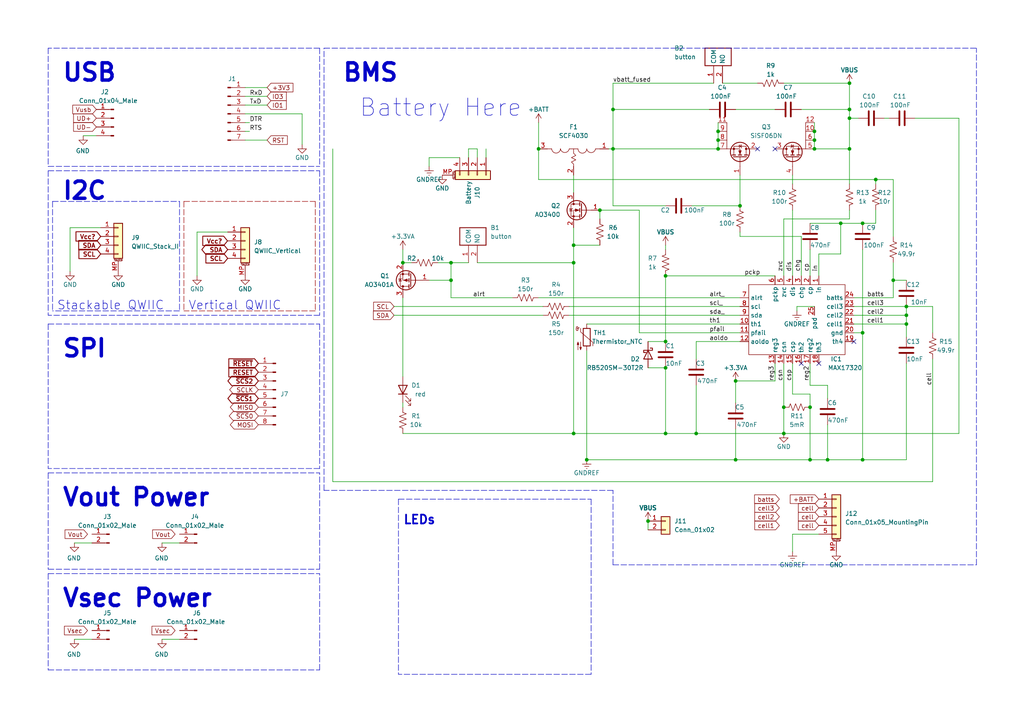
<source format=kicad_sch>
(kicad_sch (version 20211123) (generator eeschema)
  (paper "A4")
  (title_block (title "2s Li-Ion BMS") (rev "0.2.0") (company "The Nerd Mage / Austins Creations"))
  (lib_symbols
    (symbol "Austins creations:MAX17320"
      (property "Reference" "IC1" (at 11.43 -11.43 90))
      (property "Value" "MAX17320" (at 11.43 -13.97 90))
      (symbol "MAX17320_1_1"
        (pin input line (at -12.7 6.35 0) (length 2.54) (name "in") (number "1"))
        (pin input line (at 1.27 -16.51 90) (length 2.54) (name "th1") (number "10"))
        (pin input line (at 3.81 -16.51 90) (length 2.54) (name "pfail") (number "11"))
        (pin input line (at 6.35 -16.51 90) (length 2.54) (name "aoldo") (number "12"))
        (pin input line (at 12.7 -6.35 180) (length 2.54) (name "reg3") (number "13"))
        (pin input line (at 12.7 -3.81 180) (length 2.54) (name "csn") (number "14"))
        (pin input line (at 12.7 -1.27 180) (length 2.54) (name "csp") (number "15"))
        (pin input line (at 12.7 1.27 180) (length 2.54) (name "th2") (number "16"))
        (pin input line (at 12.7 3.81 180) (length 2.54) (name "reg2") (number "17"))
        (pin input line (at 12.7 6.35 180) (length 2.54) (name "th3") (number "18"))
        (pin input line (at 6.35 16.51 270) (length 2.54) (name "th4") (number "19"))
        (pin input line (at -12.7 3.81 0) (length 2.54) (name "cp") (number "2"))
        (pin input line (at 3.81 16.51 270) (length 2.54) (name "gnd") (number "20"))
        (pin input line (at 1.27 16.51 270) (length 2.54) (name "cell1") (number "21"))
        (pin input line (at -1.27 16.51 270) (length 2.54) (name "cell2") (number "22"))
        (pin input line (at -3.81 16.51 270) (length 2.54) (name "cell3") (number "23"))
        (pin input line (at -6.35 16.51 270) (length 2.54) (name "batts") (number "24"))
        (pin input line (at -3.81 5.08 0) (length 2.54) (name "pad") (number "25"))
        (pin input line (at -12.7 1.27 0) (length 2.54) (name "chg") (number "3"))
        (pin input line (at -12.7 -1.27 0) (length 2.54) (name "dis") (number "4"))
        (pin input line (at -12.7 -3.81 0) (length 2.54) (name "zvc") (number "5"))
        (pin input line (at -12.7 -6.35 0) (length 2.54) (name "pckp") (number "6"))
        (pin input line (at -6.35 -16.51 90) (length 2.54) (name "alrt") (number "7"))
        (pin input line (at -3.81 -16.51 90) (length 2.54) (name "scl") (number "8"))
        (pin input line (at -1.27 -16.51 90) (length 2.54) (name "sda") (number "9"))
      )
    )
    (symbol "Austins creations:SCF4030"
      (property "Reference" "F" (at 0 5.08 0))
      (property "Value" "SCF4030" (at 0 2.54 0))
      (symbol "SCF4030_1_1"
        (pin input line (at 10.16 0 180) (length 2.54) (name "") (number "1"))
        (pin input line (at 0 -7.62 90) (length 2.54) (name "") (number "2"))
        (pin input line (at -10.16 0 0) (length 2.54) (name "") (number "3"))
      )
    )
    (symbol "Austins creations:button"
      (property "Reference" "B" (at 0 10.16 0))
      (property "Value" "button" (at 0 7.62 0))
      (property "part #" "C410373" (at 0 5.08 0))
      (symbol "button_1_0"
        (pin bidirectional line (at -5.08 1.27 0) (length 5.08) (name "COM") (number "1"))
        (pin bidirectional line (at -5.08 -1.27 0) (length 5.08) (name "NO") (number "2"))
      )
    )
    (symbol "Connector:Conn_01x02_Male" (pin_names (offset 1.016) hide)
      (property "Reference" "J" (at 0 2.54 0))
      (property "Value" "Conn_01x02_Male" (at 0 -5.08 0))
      (symbol "Conn_01x02_Male_1_1"
        (pin passive line (at 5.08 0 180) (length 3.81) (name "Pin_1") (number "1"))
        (pin passive line (at 5.08 -2.54 180) (length 3.81) (name "Pin_2") (number "2"))
      )
    )
    (symbol "Connector:Conn_01x04_Male" (pin_names (offset 1.016) hide)
      (property "Reference" "J" (at 0 5.08 0))
      (property "Value" "Conn_01x04_Male" (at 0 -7.62 0))
      (symbol "Conn_01x04_Male_1_1"
        (pin passive line (at 5.08 2.54 180) (length 3.81) (name "Pin_1") (number "1"))
        (pin passive line (at 5.08 0 180) (length 3.81) (name "Pin_2") (number "2"))
        (pin passive line (at 5.08 -2.54 180) (length 3.81) (name "Pin_3") (number "3"))
        (pin passive line (at 5.08 -5.08 180) (length 3.81) (name "Pin_4") (number "4"))
      )
    )
    (symbol "Connector:Conn_01x07_Male" (pin_names (offset 1.016) hide)
      (property "Reference" "J" (at 0 10.16 0))
      (property "Value" "Conn_01x07_Male" (at 0 -10.16 0))
      (symbol "Conn_01x07_Male_1_1"
        (pin passive line (at 5.08 7.62 180) (length 3.81) (name "Pin_1") (number "1"))
        (pin passive line (at 5.08 5.08 180) (length 3.81) (name "Pin_2") (number "2"))
        (pin passive line (at 5.08 2.54 180) (length 3.81) (name "Pin_3") (number "3"))
        (pin passive line (at 5.08 0 180) (length 3.81) (name "Pin_4") (number "4"))
        (pin passive line (at 5.08 -2.54 180) (length 3.81) (name "Pin_5") (number "5"))
        (pin passive line (at 5.08 -5.08 180) (length 3.81) (name "Pin_6") (number "6"))
        (pin passive line (at 5.08 -7.62 180) (length 3.81) (name "Pin_7") (number "7"))
      )
    )
    (symbol "Connector:Conn_01x08_Male" (pin_names (offset 1.016) hide)
      (property "Reference" "J" (at 0 10.16 0))
      (property "Value" "Conn_01x08_Male" (at 0 -12.7 0))
      (symbol "Conn_01x08_Male_1_1"
        (pin passive line (at 5.08 7.62 180) (length 3.81) (name "Pin_1") (number "1"))
        (pin passive line (at 5.08 5.08 180) (length 3.81) (name "Pin_2") (number "2"))
        (pin passive line (at 5.08 2.54 180) (length 3.81) (name "Pin_3") (number "3"))
        (pin passive line (at 5.08 0 180) (length 3.81) (name "Pin_4") (number "4"))
        (pin passive line (at 5.08 -2.54 180) (length 3.81) (name "Pin_5") (number "5"))
        (pin passive line (at 5.08 -5.08 180) (length 3.81) (name "Pin_6") (number "6"))
        (pin passive line (at 5.08 -7.62 180) (length 3.81) (name "Pin_7") (number "7"))
        (pin passive line (at 5.08 -10.16 180) (length 3.81) (name "Pin_8") (number "8"))
      )
    )
    (symbol "Connector_Generic:Conn_01x02" (pin_names (offset 1.016) hide)
      (property "Reference" "J" (at 0 2.54 0))
      (property "Value" "Conn_01x02" (at 0 -5.08 0))
      (symbol "Conn_01x02_1_1"
        (pin passive line (at -5.08 0 0) (length 3.81) (name "Pin_1") (number "1"))
        (pin passive line (at -5.08 -2.54 0) (length 3.81) (name "Pin_2") (number "2"))
      )
    )
    (symbol "Connector_Generic_MountingPin:Conn_01x04_MountingPin" (pin_names (offset 1.016) hide)
      (property "Reference" "J" (at 0 5.08 0))
      (property "Value" "Conn_01x04_MountingPin" (at 1.27 -7.62 0))
      (symbol "Conn_01x04_MountingPin_1_1"
        (text "Mounting" (at 0 -6.731 0) (effects (font (size 0.381 0.381))))
        (pin passive line (at -5.08 2.54 0) (length 3.81) (name "Pin_1") (number "1"))
        (pin passive line (at -5.08 0 0) (length 3.81) (name "Pin_2") (number "2"))
        (pin passive line (at -5.08 -2.54 0) (length 3.81) (name "Pin_3") (number "3"))
        (pin passive line (at -5.08 -5.08 0) (length 3.81) (name "Pin_4") (number "4"))
        (pin passive line (at 0 -10.16 90) (length 3.048) (name "MountPin") (number "MP"))
      )
    )
    (symbol "Connector_Generic_MountingPin:Conn_01x05_MountingPin" (pin_names (offset 1.016) hide)
      (property "Reference" "J" (at 0 7.62 0))
      (property "Value" "Conn_01x05_MountingPin" (at 1.27 -7.62 0))
      (symbol "Conn_01x05_MountingPin_1_1"
        (text "Mounting" (at 0 -6.731 0) (effects (font (size 0.381 0.381))))
        (pin passive line (at -5.08 5.08 0) (length 3.81) (name "Pin_1") (number "1"))
        (pin passive line (at -5.08 2.54 0) (length 3.81) (name "Pin_2") (number "2"))
        (pin passive line (at -5.08 0 0) (length 3.81) (name "Pin_3") (number "3"))
        (pin passive line (at -5.08 -2.54 0) (length 3.81) (name "Pin_4") (number "4"))
        (pin passive line (at -5.08 -5.08 0) (length 3.81) (name "Pin_5") (number "5"))
        (pin passive line (at 0 -10.16 90) (length 3.048) (name "MountPin") (number "MP"))
      )
    )
    (symbol "Connector_QWIIC_Stackable:QWIIC_Stackable" (pin_names (offset 1.016) hide)
      (property "Reference" "J" (at 0 5.08 0))
      (property "Value" "QWIIC_Stackable" (at 1.27 -7.62 0))
      (symbol "QWIIC_Stackable_1_1"
        (text "Mounting" (at 0 -6.731 0) (effects (font (size 0.381 0.381))))
        (pin passive line (at -5.08 2.54 0) (length 3.81) (name "Pin_1") (number "1"))
        (pin passive line (at -5.08 0 0) (length 3.81) (name "Pin_2") (number "2"))
        (pin passive line (at -5.08 -2.54 0) (length 3.81) (name "Pin_3") (number "3"))
        (pin passive line (at -5.08 -5.08 0) (length 3.81) (name "Pin_4") (number "4"))
        (pin passive line (at 0 -10.16 90) (length 3.048) (name "MountPin") (number "MP"))
      )
    )
    (symbol "Device:C" (pin_numbers hide) (pin_names (offset 0.254))
      (property "Reference" "C" (at 0.635 2.54 0))
      (property "Value" "C" (at 0.635 -2.54 0))
      (symbol "C_1_1"
        (pin passive line (at 0 3.81 270) (length 2.794) (name "~") (number "1"))
        (pin passive line (at 0 -3.81 90) (length 2.794) (name "~") (number "2"))
      )
    )
    (symbol "Device:D_Schottky" (pin_numbers hide) (pin_names (offset 1.016) hide)
      (property "Reference" "D" (at 0 2.54 0))
      (property "Value" "D_Schottky" (at 0 -2.54 0))
      (symbol "D_Schottky_1_1"
        (pin passive line (at -3.81 0 0) (length 2.54) (name "K") (number "1"))
        (pin passive line (at 3.81 0 180) (length 2.54) (name "A") (number "2"))
      )
    )
    (symbol "Device:LED" (pin_numbers hide) (pin_names (offset 1.016) hide)
      (property "Reference" "D" (at 0 2.54 0))
      (property "Value" "LED" (at 0 -2.54 0))
      (symbol "LED_1_1"
        (pin passive line (at -3.81 0 0) (length 2.54) (name "K") (number "1"))
        (pin passive line (at 3.81 0 180) (length 2.54) (name "A") (number "2"))
      )
    )
    (symbol "Device:R_US" (pin_numbers hide) (pin_names (offset 0))
      (property "Reference" "R" (at 2.54 0 90))
      (property "Value" "R_US" (at -2.54 0 90))
      (symbol "R_US_1_1"
        (pin passive line (at 0 3.81 270) (length 1.27) (name "~") (number "1"))
        (pin passive line (at 0 -3.81 90) (length 1.27) (name "~") (number "2"))
      )
    )
    (symbol "Device:Thermistor_NTC" (pin_numbers hide) (pin_names (offset 0))
      (property "Reference" "TH" (at -4.445 0 90))
      (property "Value" "Thermistor_NTC" (at 3.175 0 90))
      (symbol "Thermistor_NTC_1_1"
        (pin passive line (at 0 3.81 270) (length 1.27) (name "~") (number "1"))
        (pin passive line (at 0 -3.81 90) (length 1.27) (name "~") (number "2"))
      )
    )
    (symbol "SISF06DN-T1-GE3:SiSF06DN" (pin_names hide)
      (property "Reference" "Q3" (at -7.62 2.54 90))
      (property "Value" "SiSF06DN" (at 5.08 7.62 90))
      (symbol "SiSF06DN_1_1"
        (pin input line (at -7.62 15.24 0) (length 2.54) (name "G1") (number "1"))
        (pin passive line (at 5.08 -6.35 90) (length 2.54) (name "S2") (number "10"))
        (pin passive line (at 7.62 21.59 270) (length 2.54) (name "S1") (number "11"))
        (pin passive line (at 7.62 -6.35 90) (length 2.54) (name "S2") (number "12"))
        (pin passive line (at 0 10.16 90) (length 2.54) (name "D1") (number "2"))
        (pin passive line (at 0 5.08 270) (length 2.54) (name "D2") (number "3"))
        (pin input line (at -7.62 0 0) (length 2.54) (name "G2") (number "4"))
        (pin passive line (at 0 -6.35 90) (length 2.54) (name "S2") (number "5"))
        (pin passive line (at 2.54 -6.35 90) (length 2.54) (name "S2") (number "6"))
        (pin passive line (at 0 21.59 270) (length 2.54) (name "S1") (number "7"))
        (pin passive line (at 2.54 21.59 270) (length 2.54) (name "S1") (number "8"))
        (pin passive line (at 5.08 21.59 270) (length 2.54) (name "S1") (number "9"))
      )
    )
    (symbol "Transistor_FET:2N7002" (pin_names hide)
      (property "Reference" "Q" (at 5.08 1.905 0))
      (property "Value" "2N7002" (at 5.08 0 0))
      (symbol "2N7002_1_1"
        (pin input line (at -5.08 0 0) (length 2.54) (name "G") (number "1"))
        (pin passive line (at 2.54 -5.08 90) (length 2.54) (name "S") (number "2"))
        (pin passive line (at 2.54 5.08 270) (length 2.54) (name "D") (number "3"))
      )
    )
    (symbol "Transistor_FET:AO3401A" (pin_names hide)
      (property "Reference" "Q" (at 5.08 1.905 0))
      (property "Value" "AO3401A" (at 5.08 0 0))
      (symbol "AO3401A_1_1"
        (pin input line (at -5.08 0 0) (length 2.54) (name "G") (number "1"))
        (pin passive line (at 2.54 -5.08 90) (length 2.54) (name "S") (number "2"))
        (pin passive line (at 2.54 5.08 270) (length 2.54) (name "D") (number "3"))
      )
    )
    (symbol "power:+3.3VA" (power) (pin_names (offset 0))
      (property "Value" "+3.3VA" (at 0 3.556 0))
      (symbol "+3.3VA_1_1"
        (pin power_in line (at 0 0 90) (length 0) hide (name "+3.3VA") (number "1"))
      )
    )
    (symbol "power:+BATT" (power) (pin_names (offset 0))
      (property "Value" "+BATT" (at 0 3.556 0))
      (symbol "+BATT_1_1"
        (pin power_in line (at 0 0 90) (length 0) hide (name "+BATT") (number "1"))
      )
    )
    (symbol "power:GND" (power) (pin_names (offset 0))
      (property "Value" "GND" (at 0 -3.81 0))
      (symbol "GND_1_1"
        (pin power_in line (at 0 0 270) (length 0) hide (name "GND") (number "1"))
      )
    )
    (symbol "power:GNDREF" (power) (pin_names (offset 0))
      (property "Value" "GNDREF" (at 0 -3.81 0))
      (symbol "GNDREF_1_1"
        (pin power_in line (at 0 0 270) (length 0) hide (name "GNDREF") (number "1"))
      )
    )
    (symbol "power:VBUS" (power) (pin_names (offset 0))
      (property "Value" "VBUS" (at 0 3.81 0))
      (symbol "VBUS_1_1"
        (pin power_in line (at 0 0 90) (length 0) hide (name "VBUS") (number "1"))
      )
    )
  )
  (junction (at 156.21 43.18))
  (junction (at 116.84 76.2))
  (junction (at 240.03 133.35))
  (junction (at 236.22 43.18))
  (junction (at 130.81 81.28))
  (junction (at 173.99 60.96))
  (junction (at 166.37 71.12))
  (junction (at 214.63 59.69))
  (junction (at 246.38 43.18))
  (junction (at 259.08 81.28))
  (junction (at 213.36 110.49))
  (junction (at 262.89 91.44))
  (junction (at 208.28 40.64))
  (junction (at 213.36 133.35))
  (junction (at 234.95 118.11))
  (junction (at 243.84 64.77))
  (junction (at 187.96 151.13))
  (junction (at 201.93 125.73))
  (junction (at 246.38 34.29))
  (junction (at 177.8 31.75))
  (junction (at 166.37 125.73))
  (junction (at 208.28 38.1))
  (junction (at 193.04 99.06))
  (junction (at 170.18 133.35))
  (junction (at 254 52.07))
  (junction (at 193.04 106.68))
  (junction (at 250.19 133.35))
  (junction (at 130.81 76.2))
  (junction (at 227.33 118.11))
  (junction (at 208.28 43.18))
  (junction (at 166.37 76.2))
  (junction (at 193.04 125.73))
  (junction (at 246.38 24.13))
  (junction (at 177.8 43.18))
  (junction (at 236.22 38.1))
  (junction (at 250.19 64.77))
  (junction (at 262.89 88.9))
  (junction (at 250.19 96.52))
  (junction (at 193.04 80.01))
  (junction (at 227.33 125.73))
  (junction (at 262.89 93.98))
  (junction (at 246.38 31.75))
  (junction (at 236.22 40.64))
  (junction (at 234.95 133.35))
  (no_connect (at 237.49 105.41))
  (no_connect (at 224.79 43.18))
  (no_connect (at 219.71 43.18))
  (no_connect (at 247.65 99.06))
  (no_connect (at 232.41 105.41))
  (wire (pts (xy 187.96 151.13) (xy 187.96 153.67)))
  (wire (pts (xy 246.38 31.75) (xy 246.38 34.29)))
  (wire (pts (xy 229.87 154.94) (xy 229.87 160.02)))
  (wire (pts (xy 234.95 105.41) (xy 234.95 111.76)))
  (wire (pts (xy 247.65 93.98) (xy 262.89 93.98)))
  (polyline (pts (xy 115.57 144.78) (xy 171.45 144.78)))
  (wire (pts (xy 201.93 99.06) (xy 214.63 99.06)))
  (wire (pts (xy 71.12 25.4) (xy 77.47 25.4)))
  (wire (pts (xy 127 76.2) (xy 130.81 76.2)))
  (wire (pts (xy 232.41 31.75) (xy 246.38 31.75)))
  (wire (pts (xy 229.87 50.8) (xy 229.87 53.34)))
  (wire (pts (xy 214.63 50.8) (xy 214.63 59.69)))
  (wire (pts (xy 227.33 105.41) (xy 227.33 118.11)))
  (wire (pts (xy 254 52.07) (xy 254 53.34)))
  (polyline (pts (xy 13.97 194.31) (xy 92.71 194.31)))
  (polyline (pts (xy 115.57 144.78) (xy 115.57 195.58)))
  (wire (pts (xy 177.8 31.75) (xy 177.8 43.18)))
  (wire (pts (xy 232.41 68.58) (xy 232.41 80.01)))
  (wire (pts (xy 262.89 88.9) (xy 262.89 91.44)))
  (polyline (pts (xy 92.71 194.31) (xy 92.71 166.37)))
  (wire (pts (xy 224.79 110.49) (xy 224.79 105.41)))
  (wire (pts (xy 165.1 88.9) (xy 214.63 88.9)))
  (wire (pts (xy 262.89 88.9) (xy 270.51 88.9)))
  (polyline (pts (xy 92.71 91.44) (xy 13.97 91.44)))
  (wire (pts (xy 208.28 38.1) (xy 208.28 40.64)))
  (wire (pts (xy 236.22 43.18) (xy 246.38 43.18)))
  (wire (pts (xy 270.51 88.9) (xy 270.51 96.52)))
  (wire (pts (xy 193.04 125.73) (xy 201.93 125.73)))
  (polyline (pts (xy 53.34 58.42) (xy 91.44 58.42)) (stroke (width 0) (color 155 0 0 1)))
  (wire (pts (xy 262.89 105.41) (xy 262.89 133.35)))
  (wire (pts (xy 213.36 31.75) (xy 224.79 31.75)))
  (wire (pts (xy 71.12 30.48) (xy 77.47 30.48)))
  (wire (pts (xy 208.28 35.56) (xy 208.28 38.1)))
  (wire (pts (xy 236.22 35.56) (xy 236.22 38.1)))
  (wire (pts (xy 256.54 34.29) (xy 257.81 34.29)))
  (wire (pts (xy 185.42 60.96) (xy 185.42 96.52)))
  (wire (pts (xy 29.21 66.04) (xy 20.32 66.04)))
  (wire (pts (xy 156.21 43.18) (xy 156.21 52.07)))
  (wire (pts (xy 236.22 88.9) (xy 231.14 88.9)))
  (wire (pts (xy 213.36 110.49) (xy 224.79 110.49)))
  (wire (pts (xy 234.95 133.35) (xy 240.03 133.35)))
  (polyline (pts (xy 53.34 58.42) (xy 53.34 90.17)) (stroke (width 0) (color 155 0 0 1)))
  (wire (pts (xy 213.36 124.46) (xy 213.36 133.35)))
  (polyline (pts (xy 13.97 49.53) (xy 92.71 49.53)))
  (polyline (pts (xy 13.97 166.37) (xy 92.71 166.37)))
  (wire (pts (xy 130.81 81.28) (xy 130.81 86.36)))
  (wire (pts (xy 227.33 118.11) (xy 227.33 125.73)))
  (wire (pts (xy 209.55 24.13) (xy 219.71 24.13)))
  (wire (pts (xy 259.08 68.58) (xy 259.08 52.07)))
  (wire (pts (xy 259.08 76.2) (xy 259.08 81.28)))
  (wire (pts (xy 193.04 59.69) (xy 177.8 59.69)))
  (wire (pts (xy 156.21 35.56) (xy 156.21 43.18)))
  (wire (pts (xy 116.84 116.84) (xy 116.84 118.11)))
  (polyline (pts (xy 92.71 93.98) (xy 92.71 135.89)))
  (polyline (pts (xy 171.45 195.58) (xy 115.57 195.58)))
  (wire (pts (xy 229.87 114.3) (xy 229.87 105.41)))
  (wire (pts (xy 240.03 123.19) (xy 240.03 133.35)))
  (wire (pts (xy 214.63 96.52) (xy 185.42 96.52)))
  (polyline (pts (xy 15.24 58.42) (xy 52.07 58.42)))
  (wire (pts (xy 166.37 125.73) (xy 193.04 125.73)))
  (wire (pts (xy 27.94 39.37) (xy 24.13 39.37)))
  (wire (pts (xy 138.43 76.2) (xy 166.37 76.2)))
  (wire (pts (xy 229.87 114.3) (xy 234.95 114.3)))
  (wire (pts (xy 247.65 96.52) (xy 250.19 96.52)))
  (wire (pts (xy 124.46 81.28) (xy 130.81 81.28)))
  (wire (pts (xy 166.37 71.12) (xy 166.37 76.2)))
  (polyline (pts (xy 93.98 142.24) (xy 93.98 13.97)))
  (wire (pts (xy 227.33 63.5) (xy 246.38 63.5)))
  (polyline (pts (xy 92.71 13.97) (xy 13.97 13.97)))
  (wire (pts (xy 116.84 76.2) (xy 119.38 76.2)))
  (wire (pts (xy 236.22 40.64) (xy 236.22 43.18)))
  (wire (pts (xy 173.99 60.96) (xy 173.99 63.5)))
  (polyline (pts (xy 91.44 58.42) (xy 91.44 90.17)) (stroke (width 0) (color 155 0 0 1)))
  (wire (pts (xy 156.21 86.36) (xy 214.63 86.36)))
  (wire (pts (xy 66.04 69.85) (xy 65.9851 69.8684)))
  (polyline (pts (xy 15.24 58.42) (xy 15.24 90.17)))
  (wire (pts (xy 71.12 40.64) (xy 77.47 40.64)))
  (wire (pts (xy 176.53 43.18) (xy 177.8 43.18)))
  (polyline (pts (xy 93.98 13.97) (xy 283.21 13.97)))
  (polyline (pts (xy 177.8 142.24) (xy 93.98 142.24)))
  (wire (pts (xy 173.99 60.96) (xy 185.42 60.96)))
  (wire (pts (xy 87.63 33.02) (xy 71.12 33.02)))
  (polyline (pts (xy 13.97 137.16) (xy 13.97 165.1)))
  (wire (pts (xy 234.95 114.3) (xy 234.95 118.11)))
  (wire (pts (xy 133.35 45.72) (xy 124.46 45.72)))
  (polyline (pts (xy 92.71 49.53) (xy 92.71 91.44)))
  (wire (pts (xy 46.99 157.48) (xy 52.07 157.48)))
  (wire (pts (xy 201.93 111.76) (xy 201.93 125.73)))
  (wire (pts (xy 193.04 106.68) (xy 193.04 125.73)))
  (wire (pts (xy 234.95 64.77) (xy 243.84 64.77)))
  (wire (pts (xy 138.43 43.18) (xy 138.43 45.72)))
  (wire (pts (xy 213.36 133.35) (xy 234.95 133.35)))
  (wire (pts (xy 114.3 88.9) (xy 157.48 88.9)))
  (wire (pts (xy 21.59 157.48) (xy 26.67 157.48)))
  (wire (pts (xy 166.37 66.04) (xy 166.37 71.12)))
  (wire (pts (xy 71.12 38.1) (xy 72.39 38.1)))
  (polyline (pts (xy 177.8 163.83) (xy 177.8 142.24)))
  (wire (pts (xy 236.22 38.1) (xy 236.22 40.64)))
  (wire (pts (xy 237.49 73.66) (xy 243.84 73.66)))
  (wire (pts (xy 166.37 76.2) (xy 166.37 125.73)))
  (wire (pts (xy 227.33 24.13) (xy 246.38 24.13)))
  (polyline (pts (xy 13.97 93.98) (xy 92.71 93.98)))
  (wire (pts (xy 116.84 72.39) (xy 116.84 76.2)))
  (wire (pts (xy 96.52 139.7) (xy 96.52 43.18)))
  (wire (pts (xy 71.12 27.94) (xy 77.47 27.94)))
  (wire (pts (xy 262.89 93.98) (xy 262.89 97.79)))
  (wire (pts (xy 213.36 110.49) (xy 213.36 116.84)))
  (wire (pts (xy 57.15 67.31) (xy 57.15 80.01)))
  (polyline (pts (xy 13.97 166.37) (xy 13.97 194.31)))
  (wire (pts (xy 170.18 93.98) (xy 214.63 93.98)))
  (polyline (pts (xy 91.44 90.17) (xy 53.34 90.17)) (stroke (width 0) (color 155 0 0 1)))
  (wire (pts (xy 246.38 43.18) (xy 246.38 53.34)))
  (wire (pts (xy 166.37 50.8) (xy 166.37 55.88)))
  (wire (pts (xy 200.66 59.69) (xy 214.63 59.69)))
  (wire (pts (xy 201.93 125.73) (xy 227.33 125.73)))
  (wire (pts (xy 177.8 43.18) (xy 177.8 59.69)))
  (polyline (pts (xy 13.97 13.97) (xy 13.97 48.26)))
  (wire (pts (xy 246.38 34.29) (xy 248.92 34.29)))
  (wire (pts (xy 193.04 80.01) (xy 224.79 80.01)))
  (wire (pts (xy 96.52 139.7) (xy 270.51 139.7)))
  (wire (pts (xy 227.33 125.73) (xy 278.13 125.73)))
  (wire (pts (xy 278.13 34.29) (xy 278.13 125.73)))
  (wire (pts (xy 177.8 24.13) (xy 177.8 31.75)))
  (wire (pts (xy 46.99 185.42) (xy 52.07 185.42)))
  (wire (pts (xy 207.01 24.13) (xy 177.8 24.13)))
  (wire (pts (xy 229.87 60.96) (xy 229.87 80.01)))
  (wire (pts (xy 227.33 80.01) (xy 227.33 63.5)))
  (wire (pts (xy 135.89 43.18) (xy 135.89 45.72)))
  (polyline (pts (xy 13.97 137.16) (xy 92.71 137.16)))
  (polyline (pts (xy 52.07 90.17) (xy 15.24 90.17)))
  (wire (pts (xy 177.8 31.75) (xy 205.74 31.75)))
  (wire (pts (xy 247.65 88.9) (xy 262.89 88.9)))
  (wire (pts (xy 165.1 91.44) (xy 214.63 91.44)))
  (wire (pts (xy 130.81 86.36) (xy 148.59 86.36)))
  (wire (pts (xy 250.19 96.52) (xy 250.19 133.35)))
  (wire (pts (xy 66.04 67.31) (xy 57.15 67.31)))
  (wire (pts (xy 116.84 125.73) (xy 166.37 125.73)))
  (wire (pts (xy 247.65 91.44) (xy 262.89 91.44)))
  (wire (pts (xy 234.95 72.39) (xy 234.95 80.01)))
  (wire (pts (xy 214.63 67.31) (xy 214.63 68.58)))
  (wire (pts (xy 116.84 86.36) (xy 116.84 109.22)))
  (wire (pts (xy 166.37 71.12) (xy 173.99 71.12)))
  (wire (pts (xy 87.63 41.91) (xy 87.63 33.02)))
  (polyline (pts (xy 52.07 58.42) (xy 52.07 90.17)))
  (polyline (pts (xy 177.8 163.83) (xy 283.21 163.83)))
  (wire (pts (xy 170.18 133.35) (xy 213.36 133.35)))
  (wire (pts (xy 240.03 115.57) (xy 240.03 111.76)))
  (wire (pts (xy 193.04 71.12) (xy 193.04 72.39)))
  (wire (pts (xy 237.49 154.94) (xy 229.87 154.94)))
  (wire (pts (xy 270.51 104.14) (xy 270.51 139.7)))
  (wire (pts (xy 187.96 99.06) (xy 193.04 99.06)))
  (wire (pts (xy 243.84 64.77) (xy 243.84 73.66)))
  (wire (pts (xy 237.49 80.01) (xy 237.49 73.66)))
  (wire (pts (xy 240.03 133.35) (xy 250.19 133.35)))
  (wire (pts (xy 130.81 76.2) (xy 135.89 76.2)))
  (wire (pts (xy 130.81 76.2) (xy 130.81 81.28)))
  (polyline (pts (xy 92.71 165.1) (xy 92.71 137.16)))
  (wire (pts (xy 20.32 66.04) (xy 20.32 78.74)))
  (wire (pts (xy 208.28 40.64) (xy 208.28 43.18)))
  (wire (pts (xy 240.03 111.76) (xy 234.95 111.76)))
  (wire (pts (xy 246.38 24.13) (xy 246.38 31.75)))
  (wire (pts (xy 259.08 81.28) (xy 259.08 86.36)))
  (wire (pts (xy 124.46 45.72) (xy 124.46 48.26)))
  (wire (pts (xy 193.04 80.01) (xy 193.04 99.06)))
  (wire (pts (xy 170.18 101.6) (xy 170.18 133.35)))
  (wire (pts (xy 177.8 43.18) (xy 208.28 43.18)))
  (wire (pts (xy 243.84 64.77) (xy 250.19 64.77)))
  (wire (pts (xy 231.14 88.9) (xy 231.14 90.17)))
  (wire (pts (xy 246.38 34.29) (xy 246.38 43.18)))
  (wire (pts (xy 246.38 60.96) (xy 246.38 63.5)))
  (wire (pts (xy 254 64.77) (xy 254 60.96)))
  (polyline (pts (xy 92.71 13.97) (xy 92.71 48.26)))
  (wire (pts (xy 234.95 118.11) (xy 234.95 133.35)))
  (polyline (pts (xy 171.45 144.78) (xy 171.45 195.58)))
  (wire (pts (xy 265.43 34.29) (xy 278.13 34.29)))
  (wire (pts (xy 135.89 43.18) (xy 138.43 43.18)))
  (wire (pts (xy 214.63 68.58) (xy 232.41 68.58)))
  (polyline (pts (xy 13.97 93.98) (xy 13.97 135.89)))
  (wire (pts (xy 250.19 64.77) (xy 254 64.77)))
  (wire (pts (xy 247.65 86.36) (xy 259.08 86.36)))
  (wire (pts (xy 262.89 91.44) (xy 262.89 93.98)))
  (wire (pts (xy 71.12 35.56) (xy 72.39 35.56)))
  (wire (pts (xy 259.08 52.07) (xy 254 52.07)))
  (polyline (pts (xy 283.21 163.83) (xy 283.21 13.97)))
  (polyline (pts (xy 13.97 48.26) (xy 92.71 48.26)))
  (wire (pts (xy 259.08 81.28) (xy 262.89 81.28)))
  (wire (pts (xy 114.3 91.44) (xy 157.48 91.44)))
  (polyline (pts (xy 13.97 165.1) (xy 92.71 165.1)))
  (wire (pts (xy 250.19 72.39) (xy 250.19 96.52)))
  (wire (pts (xy 250.19 133.35) (xy 262.89 133.35)))
  (wire (pts (xy 156.21 52.07) (xy 254 52.07)))
  (polyline (pts (xy 92.71 135.89) (xy 13.97 135.89)))
  (wire (pts (xy 21.59 185.42) (xy 26.67 185.42)))
  (wire (pts (xy 140.97 43.18) (xy 140.97 45.72)))
  (wire (pts (xy 187.96 106.68) (xy 193.04 106.68)))
  (wire (pts (xy 201.93 99.06) (xy 201.93 104.14)))
  (polyline (pts (xy 13.97 49.53) (xy 13.97 91.44)))
  (text "Vout Power" (at 17.78 147.32 0) (effects (font (size 5 5) (thickness 1) bold) (justify left bottom)))
  (text "I2C" (at 17.78 58.42 0) (effects (font (size 5 5) (thickness 1) bold) (justify left bottom)))
  (text "Stackable QWIIC" (at 16.51 90.17 0) (effects (font (size 2.54 2.54)) (justify left bottom)))
  (text "SPI" (at 17.78 104.14 0) (effects (font (size 5 5) (thickness 1) bold) (justify left bottom)))
  (text "Vsec Power" (at 17.78 176.53 0) (effects (font (size 5 5) (thickness 1) bold) (justify left bottom)))
  (text "USB" (at 17.78 24.13 0) (effects (font (size 5 5) (thickness 1) bold) (justify left bottom)))
  (text "Battery Here" (at 104.14 34.29 0) (effects (font (size 5 5)) (justify left bottom)))
  (text "Vertical QWIIC" (at 54.61 90.17 0) (effects (font (size 2.54 2.54)) (justify left bottom)))
  (text "BMS" (at 99.06 24.13 0) (effects (font (size 5 5) (thickness 1) bold) (justify left bottom)))
  (text "LEDs" (at 116.84 152.4 180) (effects (font (size 2.54 2.54) (thickness 0.508) bold) (justify left bottom)))
  (label "alrt_" (at 205.74 86.36 0))
  (label "aoldo" (at 205.74 99.06 0))
  (label "batts" (at 251.46 86.36 0))
  (label "alrt" (at 137.16 86.36 0))
  (label "cell" (at 270.51 111.76 90))
  (label "cell1" (at 251.46 93.98 0))
  (label "csn" (at 227.33 110.49 90))
  (label "cp" (at 234.95 78.74 90))
  (label "reg2" (at 234.95 110.49 90))
  (label "pckp" (at 215.9 80.01 0))
  (label "pfail" (at 205.74 96.52 0))
  (label "chg" (at 232.41 78.74 90))
  (label "reg3" (at 224.79 110.49 90))
  (label "csp" (at 229.87 110.49 90))
  (label "th1" (at 205.74 93.98 0))
  (label "TxD" (at 72.39 30.48 0))
  (label "in" (at 237.49 78.74 90))
  (label "DTR" (at 72.39 35.56 0))
  (label "sda_" (at 205.74 91.44 0))
  (label "cell3" (at 251.46 88.9 0))
  (label "zvc" (at 227.33 78.74 90))
  (label "dis" (at 229.87 78.74 90))
  (label "RTS" (at 72.39 38.1 0))
  (label "cell2" (at 251.46 91.44 0))
  (label "RxD" (at 72.39 27.94 0))
  (label "scl_" (at 205.74 88.9 0))
  (label "vbatt_fused" (at 177.8 24.13 0))
  (global_label "cell2" (shape input) (at 226.06 149.86 180) (property "Intersheet References" "${INTERSHEET_REFS}" (effects hide)))
  (global_label "Vcc?" (shape input) (at 29.21 68.58 180) (effects (font (thickness 0.254) bold)) (property "Intersheet References" "${INTERSHEET_REFS}" (effects hide)))
  (global_label "cell" (shape input) (at 237.49 147.32 180) (property "Intersheet References" "${INTERSHEET_REFS}" (effects hide)))
  (global_label "Vusb" (shape input) (at 27.94 31.75 180) (property "Intersheet References" "${INTERSHEET_REFS}" (effects hide)))
  (global_label "SCL" (shape input) (at 66.04 74.93 180) (effects (font (thickness 0.254) bold)) (property "Intersheet References" "${INTERSHEET_REFS}" (effects hide)))
  (global_label "~{SCS}0" (shape bidirectional) (at 74.93 120.65 180) (property "Intersheet References" "${INTERSHEET_REFS}" (effects hide)))
  (global_label "SDA" (shape bidirectional) (at 66.04 72.39 180) (effects (font bold)) (property "Intersheet References" "${INTERSHEET_REFS}" (effects hide)))
  (global_label "Vout" (shape input) (at 25.4 154.94 180) (property "Intersheet References" "${INTERSHEET_REFS}" (effects hide)))
  (global_label "MOSI" (shape bidirectional) (at 74.93 123.19 180) (property "Intersheet References" "${INTERSHEET_REFS}" (effects hide)))
  (global_label "IO3" (shape input) (at 77.47 27.94 0) (property "Intersheet References" "${INTERSHEET_REFS}" (effects hide)))
  (global_label "cell" (shape input) (at 237.49 152.4 180) (property "Intersheet References" "${INTERSHEET_REFS}" (effects hide)))
  (global_label "Vout" (shape input) (at 50.8 154.94 180) (property "Intersheet References" "${INTERSHEET_REFS}" (effects hide)))
  (global_label "Vsec" (shape input) (at 25.4 182.88 180) (property "Intersheet References" "${INTERSHEET_REFS}" (effects hide)))
  (global_label "IO1" (shape input) (at 77.47 30.48 0) (property "Intersheet References" "${INTERSHEET_REFS}" (effects hide)))
  (global_label "SDA" (shape input) (at 114.3 91.44 180) (property "Intersheet References" "${INTERSHEET_REFS}" (effects hide)))
  (global_label "SCL" (shape input) (at 114.3 88.9 180) (property "Intersheet References" "${INTERSHEET_REFS}" (effects hide)))
  (global_label "UD-" (shape input) (at 27.94 36.83 180) (property "Intersheet References" "${INTERSHEET_REFS}" (effects hide)))
  (global_label "~{RESET}" (shape input) (at 74.93 105.41 180) (effects (font (thickness 0.254) bold)) (property "Intersheet References" "${INTERSHEET_REFS}" (effects hide)))
  (global_label "SCLK" (shape bidirectional) (at 74.93 113.03 180) (property "Intersheet References" "${INTERSHEET_REFS}" (effects hide)))
  (global_label "+BATT" (shape input) (at 237.49 144.78 180) (property "Intersheet References" "${INTERSHEET_REFS}" (effects hide)))
  (global_label "SDA" (shape input) (at 29.21 71.12 180) (effects (font bold)) (property "Intersheet References" "${INTERSHEET_REFS}" (effects hide)))
  (global_label "cell" (shape input) (at 237.49 149.86 180) (property "Intersheet References" "${INTERSHEET_REFS}" (effects hide)))
  (global_label "Vcc?" (shape input) (at 65.9851 69.8684 180) (effects (font (thickness 0.254) bold)) (property "Intersheet References" "${INTERSHEET_REFS}" (effects hide)))
  (global_label "~{SCS}2" (shape bidirectional) (at 74.93 110.49 180) (effects (font (thickness 0.254) bold)) (property "Intersheet References" "${INTERSHEET_REFS}" (effects hide)))
  (global_label "+3V3" (shape input) (at 77.47 25.4 0) (property "Intersheet References" "${INTERSHEET_REFS}" (effects hide)))
  (global_label "cell3" (shape input) (at 226.06 147.32 180) (property "Intersheet References" "${INTERSHEET_REFS}" (effects hide)))
  (global_label "~{SCS}1" (shape bidirectional) (at 74.93 115.57 180) (effects (font (thickness 0.254) bold)) (property "Intersheet References" "${INTERSHEET_REFS}" (effects hide)))
  (global_label "batts" (shape input) (at 226.06 144.78 180) (property "Intersheet References" "${INTERSHEET_REFS}" (effects hide)))
  (global_label "SCL" (shape input) (at 29.21 73.66 180) (effects (font (thickness 0.254) bold)) (property "Intersheet References" "${INTERSHEET_REFS}" (effects hide)))
  (global_label "MISO" (shape bidirectional) (at 74.93 118.11 180) (property "Intersheet References" "${INTERSHEET_REFS}" (effects hide)))
  (global_label "Vsec" (shape input) (at 50.8 182.88 180) (property "Intersheet References" "${INTERSHEET_REFS}" (effects hide)))
  (global_label "cell1" (shape input) (at 226.06 152.4 180) (property "Intersheet References" "${INTERSHEET_REFS}" (effects hide)))
  (global_label "RESET" (shape input) (at 74.93 107.95 180) (effects (font (thickness 0.254) bold)) (property "Intersheet References" "${INTERSHEET_REFS}" (effects hide)))
  (global_label "UD+" (shape input) (at 27.94 34.29 180) (property "Intersheet References" "${INTERSHEET_REFS}" (effects hide)))
  (global_label "RST" (shape input) (at 77.47 40.64 0) (property "Intersheet References" "${INTERSHEET_REFS}" (effects hide)))
  (symbol (lib_id "Device:R_US") (at 161.29 88.9 90) (unit 1)
    (property "Reference" "R4" (at 161.29 82.55 90))
    (property "Value" "150r" (at 161.29 85.09 90))
    (property "Footprint" "Resistor_SMD:R_0603_1608Metric" (effects hide))
    (property "LCSC" "C22808" (effects hide))
  )
  (symbol (lib_id "Device:C") (at 252.73 34.29 90) (unit 1)
    (property "Reference" "C10" (at 254 27.94 90) (effects (justify left)))
    (property "Value" "100nF" (at 255.27 30.48 90) (effects (justify left)))
    (property "Footprint" "Resistor_SMD:R_0603_1608Metric" (effects hide))
    (property "LCSC" "C83060" (effects hide))
  )
  (symbol (lib_id "Connector_Generic_MountingPin:Conn_01x05_MountingPin") (at 242.57 149.86 0) (unit 1)
    (property "Reference" "J12" (at 245.11 148.9455 0) (effects (justify left)))
    (property "Value" "Conn_01x05_MountingPin" (at 245.11 151.4855 0) (effects (justify left)))
    (property "Footprint" "Connector_JST:JST_GH_SM05B-GHS-TB_1x05-1MP_P1.25mm_Horizontal" (effects hide))
  )
  (symbol (lib_id "Device:R_US") (at 229.87 57.15 180) (unit 1)
    (property "Reference" "R10" (at 226.06 55.88 0))
    (property "Value" "100r" (at 226.06 58.42 0))
    (property "Footprint" "Resistor_SMD:R_0603_1608Metric" (effects hide))
    (property "LCSC" "C22775" (effects hide))
  )
  (symbol (lib_id "power:GNDREF") (at 170.18 133.35 0) (unit 1)
    (property "Reference" "#PWR0113" (effects hide))
    (property "Value" "GND" (at 170.18 137.16 0))
  )
  (symbol (lib_id "power:+3.3VA") (at 213.36 110.49 0) (unit 1)
    (property "Reference" "#PWR0105" (effects hide))
    (property "Value" "+3.3VA" (at 213.36 106.68 0))
  )
  (symbol (lib_id "Device:LED") (at 116.84 113.03 90) (unit 1)
    (property "Reference" "D1" (at 120.65 111.76 90))
    (property "Value" "red" (at 121.92 114.3 90))
    (property "Footprint" "LED_SMD:LED_0603_1608Metric" (effects hide))
    (property "LCSC" "C72038" (effects hide))
  )
  (symbol (lib_id "Device:R_US") (at 152.4 86.36 90) (unit 1)
    (property "Reference" "R3" (at 152.4 81.28 90))
    (property "Value" "150r" (at 152.4 83.82 90))
    (property "Footprint" "Resistor_SMD:R_0603_1608Metric" (effects hide))
    (property "LCSC" "C22808" (effects hide))
  )
  (symbol (lib_id "Device:R_US") (at 223.52 24.13 270) (mirror x) (unit 1)
    (property "Reference" "R9" (at 223.52 19.05 90))
    (property "Value" "1k" (at 223.52 21.59 90))
    (property "Footprint" "Resistor_SMD:R_0603_1608Metric" (effects hide))
    (property "LCSC" "C21190" (effects hide))
  )
  (symbol (lib_id "Austins creations:button") (at 137.16 71.12 90) (unit 1)
    (property "Reference" "B1" (at 142.24 66.0399 90) (effects (justify right)))
    (property "Value" "button" (at 142.24 68.5799 90) (effects (justify right)))
    (property "Footprint" "Tinker:SW_Push_TS273014TP" (effects hide))
    (property "LCSC" "C410373" (effects hide))
  )
  (symbol (lib_id "Connector:Conn_01x02_Male") (at 31.75 154.94 0) (mirror y) (unit 1)
    (property "Reference" "J3" (at 31.115 149.86 0))
    (property "Value" "Conn_01x02_Male" (at 31.115 152.4 0))
    (property "Footprint" "Tinker:Board_Stacker_2" (effects hide))
    (property "LCSC" "C2938400 + C2881511" (effects hide))
  )
  (symbol (lib_id "power:+3.3VA") (at 116.84 72.39 0) (unit 1)
    (property "Reference" "#PWR0115" (effects hide))
    (property "Value" "+3.3VA" (at 116.84 68.58 0))
  )
  (symbol (lib_id "Device:C") (at 193.04 102.87 0) (mirror x) (unit 1)
    (property "Reference" "C1" (at 193.04 100.33 0) (effects (justify left)))
    (property "Value" "10nF" (at 193.04 105.41 0) (effects (justify left)))
    (property "Footprint" "Resistor_SMD:R_0603_1608Metric" (effects hide))
    (property "LCSC" "C107059" (effects hide))
  )
  (symbol (lib_id "power:GNDREF") (at 231.14 90.17 0) (unit 1)
    (property "Reference" "#PWR0111" (effects hide))
    (property "Value" "GND" (at 231.14 93.98 0))
  )
  (symbol (lib_id "Device:C") (at 262.89 85.09 0) (unit 1)
    (property "Reference" "C12" (at 262.89 82.55 0) (effects (justify left)))
    (property "Value" "10nF" (at 264.16 87.63 0) (effects (justify left)))
    (property "Footprint" "Resistor_SMD:R_0603_1608Metric" (effects hide))
    (property "LCSC" "C107059" (effects hide))
  )
  (symbol (lib_id "power:GND") (at 24.13 39.37 0) (mirror y) (unit 1)
    (property "Reference" "#PWR0106" (effects hide))
    (property "Value" "GND" (at 24.003 43.7642 0))
  )
  (symbol (lib_id "Connector:Conn_01x02_Male") (at 57.15 154.94 0) (mirror y) (unit 1)
    (property "Reference" "J4" (at 56.515 149.86 0))
    (property "Value" "Conn_01x02_Male" (at 56.515 152.4 0))
    (property "Footprint" "Tinker:Board_Stacker_2" (effects hide))
    (property "LCSC" "C2938400 + C2881511" (effects hide))
  )
  (symbol (lib_id "power:GND") (at 57.15 80.01 0) (unit 1)
    (property "Reference" "#PWR0108" (effects hide))
    (property "Value" "GND" (at 57.15 83.82 0))
  )
  (symbol (lib_id "power:GNDREF") (at 124.46 48.26 0) (unit 1)
    (property "Reference" "#PWR0114" (effects hide))
    (property "Value" "GND" (at 124.46 52.07 0))
  )
  (symbol (lib_id "Device:C") (at 250.19 68.58 0) (mirror y) (unit 1)
    (property "Reference" "C9" (at 254 66.04 0) (effects (justify left)))
    (property "Value" "100nF" (at 256.54 71.12 0) (effects (justify left)))
    (property "Footprint" "Resistor_SMD:R_0603_1608Metric" (effects hide))
    (property "LCSC" "C83060" (effects hide))
  )
  (symbol (lib_id "Device:C") (at 201.93 107.95 0) (mirror y) (unit 1)
    (property "Reference" "C3" (at 204.47 105.41 0) (effects (justify left)))
    (property "Value" "470nF" (at 208.28 110.49 0) (effects (justify left)))
    (property "Footprint" "Resistor_SMD:R_0603_1608Metric" (effects hide))
    (property "LCSC" "C1704" (effects hide))
  )
  (symbol (lib_id "power:GND") (at 87.63 41.91 0) (unit 1)
    (property "Reference" "#PWR0103" (effects hide))
    (property "Value" "GND" (at 87.63 45.72 0))
  )
  (symbol (lib_id "Device:R_US") (at 161.29 91.44 270) (unit 1)
    (property "Reference" "R5" (at 161.29 93.98 90))
    (property "Value" "150r" (at 161.29 96.52 90))
    (property "Footprint" "Resistor_SMD:R_0603_1608Metric" (effects hide))
    (property "LCSC" "C22808" (effects hide))
  )
  (symbol (lib_id "Austins creations:button") (at 208.28 19.05 90) (unit 1)
    (property "Reference" "B2" (at 195.58 13.97 90) (effects (justify right)))
    (property "Value" "button" (at 195.58 16.51 90) (effects (justify right)))
    (property "Footprint" "Tinker:SW_Push_TS273014TP" (effects hide))
    (property "LCSC" "C410373" (effects hide))
  )
  (symbol (lib_id "Connector_Generic_MountingPin:Conn_01x04_MountingPin") (at 138.43 50.8 270) (unit 1) (in_bom no) (on_board no)
    (property "Reference" "J10" (at 138.43 55.88 0))
    (property "Value" "Battery" (at 135.89 55.88 0))
    (property "Footprint" "Connector_JST:JST_GH_SM04B-GHS-TB_1x04-1MP_P1.25mm_Horizontal" (effects hide))
    (property "LCSC" "C225113" (effects hide))
  )
  (symbol (lib_id "Device:R_US") (at 254 57.15 0) (mirror y) (unit 1)
    (property "Reference" "R12" (at 256.54 55.88 0))
    (property "Value" "10r" (at 256.54 58.42 0))
    (property "Footprint" "Resistor_SMD:R_0603_1608Metric" (effects hide))
    (property "LCSC" "C22859" (effects hide))
  )
  (symbol (lib_id "Connector_Generic_MountingPin:Conn_01x04_MountingPin") (at 71.12 69.85 0) (unit 1) (in_bom no) (on_board no)
    (property "Reference" "J8" (at 73.66 70.2055 0) (effects (justify left)))
    (property "Value" "QWIIC_Vertical" (at 73.66 72.7455 0) (effects (justify left)))
    (property "Footprint" "Tinker:QWIIC_Vertical" (effects hide))
    (property "LCSC" "C145961" (effects hide))
  )
  (symbol (lib_id "Austins creations:MAX17320") (at 231.14 92.71 270) (unit 1)
    (property "Reference" "IC1" (at 242.57 104.14 90))
    (property "Value" "MAX17320" (at 245.11 106.68 90))
    (property "Footprint" "Package_DFN_QFN:QFN-24-1EP_4x4mm_P0.5mm_EP2.6x2.6mm" (effects hide))
    (property "mouser" "700-MAX17320G20+T" (effects hide))
  )
  (symbol (lib_id "power:GND") (at 21.59 157.48 0) (mirror y) (unit 1)
    (property "Reference" "#PWR0104" (effects hide))
    (property "Value" "GND" (at 21.463 161.8742 0))
  )
  (symbol (lib_id "Device:R_US") (at 231.14 118.11 270) (unit 1)
    (property "Reference" "R11" (at 231.14 120.65 90))
    (property "Value" "5mR" (at 231.14 123.19 90))
    (property "Footprint" "Resistor_SMD:R_2512_6332Metric" (effects hide))
    (property "LCSC" "C1021512" (effects hide))
  )
  (symbol (lib_id "Device:Thermistor_NTC") (at 170.18 97.79 0) (unit 1)
    (property "Reference" "TH1" (at 173.99 96.52 0))
    (property "Value" "Thermistor_NTC" (at 179.07 99.06 0))
    (property "Footprint" "Resistor_SMD:R_0603_1608Metric" (effects hide))
    (property "LCSC" "C13564" (effects hide))
  )
  (symbol (lib_id "Device:D_Schottky") (at 187.96 102.87 270) (unit 1)
    (property "Reference" "D2" (at 182.88 104.14 90) (effects (justify left)))
    (property "Value" "RB520SM-30T2R" (at 170.18 106.68 90) (effects (justify left)))
    (property "Footprint" "Diode_SMD:D_SOD-523" (effects hide))
    (property "LCSC" "C123011" (effects hide))
  )
  (symbol (lib_id "power:GND") (at 128.27 50.8 0) (unit 1)
    (property "Reference" "#PWR0117" (effects hide))
    (property "Value" "GND" (at 128.27 54.61 0))
  )
  (symbol (lib_id "power:GNDREF") (at 229.87 160.02 0) (unit 1)
    (property "Reference" "#PWR0121" (effects hide))
    (property "Value" "GND" (at 229.87 163.83 0))
  )
  (symbol (lib_id "power:GND") (at 46.99 185.42 0) (mirror y) (unit 1)
    (property "Reference" "#PWR0101" (effects hide))
    (property "Value" "GND" (at 46.863 189.8142 0))
  )
  (symbol (lib_id "Transistor_FET:2N7002") (at 168.91 60.96 0) (mirror y) (unit 1)
    (property "Reference" "Q2" (at 162.56 59.6899 0) (effects (justify left)))
    (property "Value" "AO3400" (at 162.56 62.2299 0) (effects (justify left)))
    (property "Footprint" "Package_TO_SOT_SMD:SOT-23" (effects hide))
    (property "Datasheet" "https://www.onsemi.com/pub/Collateral/NDS7002A-D.PDF" (effects hide))
    (property "LCSC" "C20917 " (effects hide))
  )
  (symbol (lib_id "power:GND") (at 46.99 157.48 0) (mirror y) (unit 1)
    (property "Reference" "#PWR0102" (effects hide))
    (property "Value" "GND" (at 46.863 161.8742 0))
  )
  (symbol (lib_id "power:GND") (at 242.57 160.02 0) (unit 1)
    (property "Reference" "#PWR0119" (effects hide))
    (property "Value" "GND" (at 242.57 163.83 0))
  )
  (symbol (lib_id "Device:R_US") (at 173.99 67.31 0) (unit 1)
    (property "Reference" "R6" (at 177.8 66.04 0))
    (property "Value" "10k" (at 177.8 68.58 0))
    (property "Footprint" "Resistor_SMD:R_0603_1608Metric" (effects hide))
    (property "LCSC" "C98220" (effects hide))
  )
  (symbol (lib_id "power:GND") (at 21.59 185.42 0) (mirror y) (unit 1)
    (property "Reference" "#PWR0120" (effects hide))
    (property "Value" "GND" (at 21.463 189.8142 0))
  )
  (symbol (lib_id "Connector:Conn_01x07_Male") (at 66.04 33.02 0) (unit 1) (in_bom no) (on_board no)
    (property "Reference" "J1" (at 67.31 22.86 0))
    (property "Value" "Conn_01x07_Male" (effects hide))
    (property "Footprint" "Tinker:Board_Stacker_7" (effects hide))
    (property "Note" "Footprint only" (effects hide))
  )
  (symbol (lib_id "Austins creations:SCF4030") (at 166.37 43.18 0) (unit 1)
    (property "Reference" "F1" (at 166.37 36.83 0))
    (property "Value" "SCF4030" (at 166.37 39.37 0))
    (property "Footprint" "Tinker:SCF40301204" (effects hide))
    (property "mouser" "504-SCF4030-12-05" (effects hide))
  )
  (symbol (lib_id "Device:C") (at 196.85 59.69 90) (mirror x) (unit 1)
    (property "Reference" "C2" (at 194.31 60.96 90) (effects (justify left)))
    (property "Value" "100nF" (at 204.47 60.96 90) (effects (justify left)))
    (property "Footprint" "Resistor_SMD:R_0603_1608Metric" (effects hide))
  )
  (symbol (lib_id "Connector_Generic:Conn_01x02") (at 193.04 151.13 0) (unit 1)
    (property "Reference" "J11" (at 195.58 151.1299 0) (effects (justify left)))
    (property "Value" "Conn_01x02" (at 195.58 153.6699 0) (effects (justify left)))
    (property "Footprint" "Connector_PinHeader_1.27mm:PinHeader_1x02_P1.27mm_Vertical" (effects hide))
  )
  (symbol (lib_id "SISF06DN-T1-GE3:SiSF06DN") (at 229.87 43.18 90) (unit 1)
    (property "Reference" "Q3" (at 222.25 36.83 90))
    (property "Value" "SiSF06DN" (at 222.25 39.37 90))
    (property "Footprint" "Tinker:SISF06DNT1GE3" (effects hide))
    (property "mouser" "78-SISF06DN-T1-GE3" (effects hide))
  )
  (symbol (lib_id "power:VBUS") (at 187.96 151.13 0) (unit 1)
    (property "Reference" "#PWR0118" (effects hide))
    (property "Value" "VBUS" (at 187.96 147.32 0) (effects (font bold)))
  )
  (symbol (lib_id "Transistor_FET:AO3401A") (at 119.38 81.28 180) (unit 1)
    (property "Reference" "Q1" (at 113.03 80.0099 0) (effects (justify left)))
    (property "Value" "AO3401A" (at 114.3 82.55 0) (effects (justify left)))
    (property "Footprint" "Package_TO_SOT_SMD:SOT-23" (effects hide))
    (property "Datasheet" "http://www.aosmd.com/pdfs/datasheet/AO3401A.pdf" (effects hide))
    (property "LCSC" "C347476" (effects hide))
  )
  (symbol (lib_id "power:VBUS") (at 246.38 24.13 0) (unit 1)
    (property "Reference" "#PWR0110" (effects hide))
    (property "Value" "VBUS" (at 246.38 20.32 0) (effects (font bold)))
  )
  (symbol (lib_id "Device:C") (at 234.95 68.58 0) (unit 1)
    (property "Reference" "C8" (at 234.95 66.04 0) (effects (justify left)))
    (property "Value" "470nF" (at 234.95 71.12 0) (effects (justify left)))
    (property "Footprint" "Resistor_SMD:R_0603_1608Metric" (effects hide))
    (property "LCSC" "C1704" (effects hide))
  )
  (symbol (lib_id "Device:C") (at 209.55 31.75 90) (unit 1)
    (property "Reference" "C4" (at 210.82 25.4 90) (effects (justify left)))
    (property "Value" "100nF" (at 212.09 27.94 90) (effects (justify left)))
    (property "Footprint" "Resistor_SMD:R_0603_1608Metric" (effects hide))
    (property "LCSC" "C83060" (effects hide))
  )
  (symbol (lib_id "Device:C") (at 228.6 31.75 90) (unit 1)
    (property "Reference" "C7" (at 229.87 25.4 90) (effects (justify left)))
    (property "Value" "100nF" (at 231.14 27.94 90) (effects (justify left)))
    (property "Footprint" "Resistor_SMD:R_0603_1608Metric" (effects hide))
    (property "LCSC" "C83060" (effects hide))
  )
  (symbol (lib_id "Connector_QWIIC_Stackable:QWIIC_Stackable") (at 34.29 68.58 0) (unit 1)
    (property "Reference" "J9" (at 38.1 68.9355 0) (effects (justify left)))
    (property "Value" "QWIIC_Stack_II" (at 38.1 71.4755 0) (effects (justify left)))
    (property "Footprint" "Tinker:QWIIC_Stack_II" (effects hide))
    (property "LCSC" "C145956 + C2938401 + C2881513" (effects hide))
  )
  (symbol (lib_id "Device:R_US") (at 270.51 100.33 0) (unit 1)
    (property "Reference" "R15" (at 274.32 99.06 0))
    (property "Value" "49.9r" (at 274.32 101.6 0))
    (property "Footprint" "Resistor_SMD:R_0603_1608Metric" (effects hide))
    (property "LCSC" "C103679" (effects hide))
  )
  (symbol (lib_id "Device:C") (at 213.36 120.65 0) (mirror y) (unit 1)
    (property "Reference" "C5" (at 215.9 118.11 0) (effects (justify left)))
    (property "Value" "470nF" (at 219.71 123.19 0) (effects (justify left)))
    (property "Footprint" "Resistor_SMD:R_0603_1608Metric" (effects hide))
    (property "LCSC" "C1704" (effects hide))
  )
  (symbol (lib_id "Connector:Conn_01x02_Male") (at 57.15 182.88 0) (mirror y) (unit 1)
    (property "Reference" "J6" (at 55.88 177.8 0) (effects (justify right)))
    (property "Value" "Conn_01x02_Male" (at 48.26 180.34 0) (effects (justify right)))
    (property "Footprint" "Tinker:Board_Stacker_2" (effects hide))
    (property "LCSC" "C2938400 + C2881511" (effects hide))
  )
  (symbol (lib_id "Device:R_US") (at 193.04 76.2 0) (mirror y) (unit 1)
    (property "Reference" "R7" (at 189.23 74.93 0))
    (property "Value" "1k" (at 189.23 77.47 0))
    (property "Footprint" "Resistor_SMD:R_0603_1608Metric" (effects hide))
    (property "LCSC" "C21190" (effects hide))
  )
  (symbol (lib_id "power:VBUS") (at 193.04 71.12 0) (unit 1)
    (property "Reference" "#PWR0112" (effects hide))
    (property "Value" "VBUS" (at 193.04 67.31 0) (effects (font bold)))
  )
  (symbol (lib_id "Device:C") (at 240.03 119.38 0) (unit 1)
    (property "Reference" "C6" (at 240.03 116.84 0) (effects (justify left)))
    (property "Value" "470nF" (at 240.03 121.92 0) (effects (justify left)))
    (property "Footprint" "Resistor_SMD:R_0603_1608Metric" (effects hide))
    (property "LCSC" "C1704" (effects hide))
  )
  (symbol (lib_id "Device:C") (at 261.62 34.29 90) (unit 1)
    (property "Reference" "C11" (at 262.89 27.94 90) (effects (justify left)))
    (property "Value" "100nF" (at 264.16 30.48 90) (effects (justify left)))
    (property "Footprint" "Resistor_SMD:R_0603_1608Metric" (effects hide))
    (property "LCSC" "C83060" (effects hide))
  )
  (symbol (lib_id "power:GND") (at 34.29 78.74 0) (unit 1)
    (property "Reference" "#PWR0123" (effects hide))
    (property "Value" "GND" (at 34.29 82.55 0))
  )
  (symbol (lib_id "Connector:Conn_01x08_Male") (at 80.01 113.03 0) (mirror y) (unit 1)
    (property "Reference" "J7" (at 81.28 114.2999 0) (effects (justify right)))
    (property "Value" "Conn_01x08_Male" (effects hide))
    (property "Footprint" "Tinker:PinHeader_2x04_P1.27mm_Vertical" (effects hide))
    (property "LCSC" "C2881786 + C2684732" (effects hide))
  )
  (symbol (lib_id "Device:R_US") (at 116.84 121.92 0) (unit 1)
    (property "Reference" "R1" (at 120.65 120.65 0))
    (property "Value" "10k" (at 120.65 123.19 0))
    (property "Footprint" "Resistor_SMD:R_0603_1608Metric" (effects hide))
    (property "LCSC" "C98220" (effects hide))
  )
  (symbol (lib_id "power:GND") (at 71.12 80.01 0) (unit 1)
    (property "Reference" "#PWR0107" (effects hide))
    (property "Value" "GND" (at 71.12 83.82 0))
  )
  (symbol (lib_id "Device:R_US") (at 214.63 63.5 180) (unit 1)
    (property "Reference" "R8" (at 210.82 62.23 0))
    (property "Value" "100r" (at 210.82 64.77 0))
    (property "Footprint" "Resistor_SMD:R_0603_1608Metric" (effects hide))
    (property "LCSC" "C22775" (effects hide))
  )
  (symbol (lib_id "power:+BATT") (at 156.21 35.56 0) (unit 1)
    (property "Reference" "#PWR0116" (effects hide))
    (property "Value" "+BATT" (at 156.21 31.75 0))
  )
  (symbol (lib_id "Connector:Conn_01x04_Male") (at 33.02 34.29 0) (mirror y) (unit 1)
    (property "Reference" "J2" (at 29.21 26.67 0) (effects (justify right)))
    (property "Value" "Conn_01x04_Male" (at 22.86 29.21 0) (effects (justify right)))
    (property "Footprint" "Tinker:Board_Stacker_4" (effects hide))
    (property "LCSC" "C2938401 + C2881513" (effects hide))
  )
  (symbol (lib_id "Device:C") (at 262.89 101.6 0) (unit 1)
    (property "Reference" "C13" (at 262.89 99.06 0) (effects (justify left)))
    (property "Value" "10nF" (at 262.89 104.14 0) (effects (justify left)))
    (property "Footprint" "Resistor_SMD:R_0603_1608Metric" (effects hide))
    (property "LCSC" "C107059" (effects hide))
  )
  (symbol (lib_id "Device:R_US") (at 246.38 57.15 0) (mirror x) (unit 1)
    (property "Reference" "R13" (at 250.19 55.88 0))
    (property "Value" "1k" (at 250.19 58.42 0))
    (property "Footprint" "Resistor_SMD:R_0603_1608Metric" (effects hide))
    (property "LCSC" "C21190" (effects hide))
  )
  (symbol (lib_id "power:GND") (at 20.32 78.74 0) (unit 1)
    (property "Reference" "#PWR0124" (effects hide))
    (property "Value" "GND" (at 20.32 82.55 0))
  )
  (symbol (lib_id "Connector:Conn_01x02_Male") (at 31.75 182.88 0) (mirror y) (unit 1)
    (property "Reference" "J5" (at 31.115 177.8 0))
    (property "Value" "Conn_01x02_Male" (at 31.115 180.34 0))
    (property "Footprint" "Tinker:Board_Stacker_2" (effects hide))
    (property "LCSC" "C2938400 + C2881511" (effects hide))
  )
  (symbol (lib_id "Device:R_US") (at 259.08 72.39 0) (unit 1)
    (property "Reference" "R14" (at 262.89 71.12 0))
    (property "Value" "49.9r" (at 262.89 73.66 0))
    (property "Footprint" "Resistor_SMD:R_0603_1608Metric" (effects hide))
    (property "LCSC" "C103679" (effects hide))
  )
  (symbol (lib_id "Device:R_US") (at 123.19 76.2 90) (unit 1)
    (property "Reference" "R2" (at 119.38 74.93 90))
    (property "Value" "10k" (at 127 74.93 90))
    (property "Footprint" "Resistor_SMD:R_0603_1608Metric" (effects hide))
    (property "LCSC" "C98220" (effects hide))
  )
  (symbol (lib_id "power:GND") (at 227.33 125.73 0) (unit 1)
    (property "Reference" "#PWR0109" (effects hide))
    (property "Value" "GND" (at 227.33 129.54 0))
  )
)
</source>
